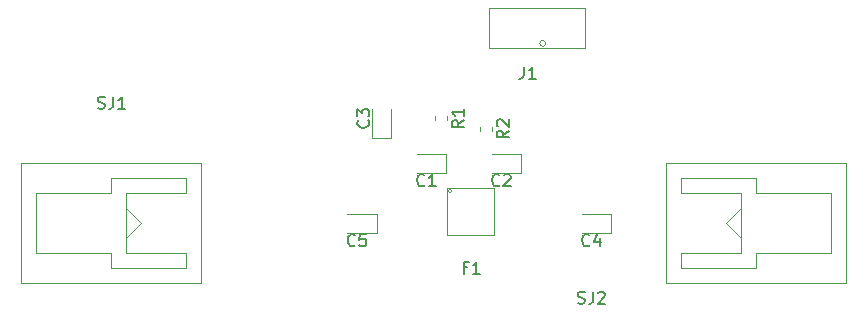
<source format=gbr>
G04 #@! TF.GenerationSoftware,KiCad,Pcbnew,5.1.2-f72e74a~84~ubuntu18.04.1*
G04 #@! TF.CreationDate,2019-07-08T15:36:52+02:00*
G04 #@! TF.ProjectId,prototype_1,70726f74-6f74-4797-9065-5f312e6b6963,rev?*
G04 #@! TF.SameCoordinates,Original*
G04 #@! TF.FileFunction,Legend,Top*
G04 #@! TF.FilePolarity,Positive*
%FSLAX46Y46*%
G04 Gerber Fmt 4.6, Leading zero omitted, Abs format (unit mm)*
G04 Created by KiCad (PCBNEW 5.1.2-f72e74a~84~ubuntu18.04.1) date 2019-07-08 15:36:52*
%MOMM*%
%LPD*%
G04 APERTURE LIST*
%ADD10C,0.120000*%
%ADD11C,0.010000*%
%ADD12C,0.050000*%
%ADD13C,0.150000*%
G04 APERTURE END LIST*
D10*
X172720000Y-124460000D02*
X171450000Y-123190000D01*
X172720000Y-121920000D02*
X171450000Y-123190000D01*
X166370000Y-128270000D02*
X181610000Y-128270000D01*
X181610000Y-118110000D02*
X166370000Y-118110000D01*
X167640000Y-125730000D02*
X167640000Y-127000000D01*
X172720000Y-125730000D02*
X167640000Y-125730000D01*
X172720000Y-120650000D02*
X172720000Y-125730000D01*
X167640000Y-120650000D02*
X172720000Y-120650000D01*
X167640000Y-119380000D02*
X167640000Y-120650000D01*
X180340000Y-120650000D02*
X180340000Y-125730000D01*
X173990000Y-120650000D02*
X180340000Y-120650000D01*
X173990000Y-119380000D02*
X173990000Y-120650000D01*
X173990000Y-125730000D02*
X180340000Y-125730000D01*
X173990000Y-127000000D02*
X173990000Y-125730000D01*
X181610000Y-128270000D02*
X181610000Y-118110000D01*
X166370000Y-118110000D02*
X166370000Y-128270000D01*
X173990000Y-127000000D02*
X167640000Y-127000000D01*
X167640000Y-119380000D02*
X173990000Y-119380000D01*
X120650000Y-121920000D02*
X121920000Y-123190000D01*
X120650000Y-124460000D02*
X121920000Y-123190000D01*
X127000000Y-118110000D02*
X111760000Y-118110000D01*
X111760000Y-128270000D02*
X127000000Y-128270000D01*
X125730000Y-120650000D02*
X125730000Y-119380000D01*
X120650000Y-120650000D02*
X125730000Y-120650000D01*
X120650000Y-125730000D02*
X120650000Y-120650000D01*
X125730000Y-125730000D02*
X120650000Y-125730000D01*
X125730000Y-127000000D02*
X125730000Y-125730000D01*
X113030000Y-125730000D02*
X113030000Y-120650000D01*
X119380000Y-125730000D02*
X113030000Y-125730000D01*
X119380000Y-127000000D02*
X119380000Y-125730000D01*
X119380000Y-120650000D02*
X113030000Y-120650000D01*
X119380000Y-119380000D02*
X119380000Y-120650000D01*
X111760000Y-118110000D02*
X111760000Y-128270000D01*
X127000000Y-128270000D02*
X127000000Y-118110000D01*
X119380000Y-119380000D02*
X125730000Y-119380000D01*
X125730000Y-127000000D02*
X119380000Y-127000000D01*
X150620000Y-115003733D02*
X150620000Y-115346267D01*
X151640000Y-115003733D02*
X151640000Y-115346267D01*
X146810000Y-114128733D02*
X146810000Y-114471267D01*
X147830000Y-114128733D02*
X147830000Y-114471267D01*
X156150000Y-107950000D02*
G75*
G03X156150000Y-107950000I-250000J0D01*
G01*
X159470000Y-108380000D02*
X151370000Y-108380000D01*
X151370000Y-104980000D02*
X159470000Y-104980000D01*
X159470000Y-108380000D02*
X159470000Y-104980000D01*
X151370000Y-108380000D02*
X151370000Y-104980000D01*
D11*
X148184999Y-120444999D02*
G75*
G03X148184999Y-120444999I-150000J0D01*
G01*
D12*
X151794999Y-124204999D02*
X147794999Y-124204999D01*
X151794999Y-120204999D02*
X151794999Y-124204999D01*
X147794999Y-124204999D02*
X147794999Y-120204999D01*
X147794999Y-120204999D02*
X151794999Y-120204999D01*
D10*
X141855000Y-122405000D02*
X139370000Y-122405000D01*
X141855000Y-123975000D02*
X141855000Y-122405000D01*
X139370000Y-123975000D02*
X141855000Y-123975000D01*
X161705000Y-122405000D02*
X159220000Y-122405000D01*
X161705000Y-123975000D02*
X161705000Y-122405000D01*
X159220000Y-123975000D02*
X161705000Y-123975000D01*
X143025000Y-115985000D02*
X143025000Y-113500000D01*
X141455000Y-115985000D02*
X143025000Y-115985000D01*
X141455000Y-113500000D02*
X141455000Y-115985000D01*
X154085000Y-117325000D02*
X151600000Y-117325000D01*
X154085000Y-118895000D02*
X154085000Y-117325000D01*
X151600000Y-118895000D02*
X154085000Y-118895000D01*
X147735000Y-117325000D02*
X145250000Y-117325000D01*
X147735000Y-118895000D02*
X147735000Y-117325000D01*
X145250000Y-118895000D02*
X147735000Y-118895000D01*
D13*
X158877142Y-129944761D02*
X159020000Y-129992380D01*
X159258095Y-129992380D01*
X159353333Y-129944761D01*
X159400952Y-129897142D01*
X159448571Y-129801904D01*
X159448571Y-129706666D01*
X159400952Y-129611428D01*
X159353333Y-129563809D01*
X159258095Y-129516190D01*
X159067619Y-129468571D01*
X158972380Y-129420952D01*
X158924761Y-129373333D01*
X158877142Y-129278095D01*
X158877142Y-129182857D01*
X158924761Y-129087619D01*
X158972380Y-129040000D01*
X159067619Y-128992380D01*
X159305714Y-128992380D01*
X159448571Y-129040000D01*
X160162857Y-128992380D02*
X160162857Y-129706666D01*
X160115238Y-129849523D01*
X160020000Y-129944761D01*
X159877142Y-129992380D01*
X159781904Y-129992380D01*
X160591428Y-129087619D02*
X160639047Y-129040000D01*
X160734285Y-128992380D01*
X160972380Y-128992380D01*
X161067619Y-129040000D01*
X161115238Y-129087619D01*
X161162857Y-129182857D01*
X161162857Y-129278095D01*
X161115238Y-129420952D01*
X160543809Y-129992380D01*
X161162857Y-129992380D01*
X118237142Y-113434761D02*
X118380000Y-113482380D01*
X118618095Y-113482380D01*
X118713333Y-113434761D01*
X118760952Y-113387142D01*
X118808571Y-113291904D01*
X118808571Y-113196666D01*
X118760952Y-113101428D01*
X118713333Y-113053809D01*
X118618095Y-113006190D01*
X118427619Y-112958571D01*
X118332380Y-112910952D01*
X118284761Y-112863333D01*
X118237142Y-112768095D01*
X118237142Y-112672857D01*
X118284761Y-112577619D01*
X118332380Y-112530000D01*
X118427619Y-112482380D01*
X118665714Y-112482380D01*
X118808571Y-112530000D01*
X119522857Y-112482380D02*
X119522857Y-113196666D01*
X119475238Y-113339523D01*
X119380000Y-113434761D01*
X119237142Y-113482380D01*
X119141904Y-113482380D01*
X120522857Y-113482380D02*
X119951428Y-113482380D01*
X120237142Y-113482380D02*
X120237142Y-112482380D01*
X120141904Y-112625238D01*
X120046666Y-112720476D01*
X119951428Y-112768095D01*
X153012380Y-115341666D02*
X152536190Y-115675000D01*
X153012380Y-115913095D02*
X152012380Y-115913095D01*
X152012380Y-115532142D01*
X152060000Y-115436904D01*
X152107619Y-115389285D01*
X152202857Y-115341666D01*
X152345714Y-115341666D01*
X152440952Y-115389285D01*
X152488571Y-115436904D01*
X152536190Y-115532142D01*
X152536190Y-115913095D01*
X152107619Y-114960714D02*
X152060000Y-114913095D01*
X152012380Y-114817857D01*
X152012380Y-114579761D01*
X152060000Y-114484523D01*
X152107619Y-114436904D01*
X152202857Y-114389285D01*
X152298095Y-114389285D01*
X152440952Y-114436904D01*
X153012380Y-115008333D01*
X153012380Y-114389285D01*
X149202380Y-114466666D02*
X148726190Y-114800000D01*
X149202380Y-115038095D02*
X148202380Y-115038095D01*
X148202380Y-114657142D01*
X148250000Y-114561904D01*
X148297619Y-114514285D01*
X148392857Y-114466666D01*
X148535714Y-114466666D01*
X148630952Y-114514285D01*
X148678571Y-114561904D01*
X148726190Y-114657142D01*
X148726190Y-115038095D01*
X149202380Y-113514285D02*
X149202380Y-114085714D01*
X149202380Y-113800000D02*
X148202380Y-113800000D01*
X148345238Y-113895238D01*
X148440476Y-113990476D01*
X148488095Y-114085714D01*
X154296666Y-109942380D02*
X154296666Y-110656666D01*
X154249047Y-110799523D01*
X154153809Y-110894761D01*
X154010952Y-110942380D01*
X153915714Y-110942380D01*
X155296666Y-110942380D02*
X154725238Y-110942380D01*
X155010952Y-110942380D02*
X155010952Y-109942380D01*
X154915714Y-110085238D01*
X154820476Y-110180476D01*
X154725238Y-110228095D01*
X149526666Y-126928571D02*
X149193333Y-126928571D01*
X149193333Y-127452380D02*
X149193333Y-126452380D01*
X149669523Y-126452380D01*
X150574285Y-127452380D02*
X150002857Y-127452380D01*
X150288571Y-127452380D02*
X150288571Y-126452380D01*
X150193333Y-126595238D01*
X150098095Y-126690476D01*
X150002857Y-126738095D01*
X140003333Y-125027142D02*
X139955714Y-125074761D01*
X139812857Y-125122380D01*
X139717619Y-125122380D01*
X139574761Y-125074761D01*
X139479523Y-124979523D01*
X139431904Y-124884285D01*
X139384285Y-124693809D01*
X139384285Y-124550952D01*
X139431904Y-124360476D01*
X139479523Y-124265238D01*
X139574761Y-124170000D01*
X139717619Y-124122380D01*
X139812857Y-124122380D01*
X139955714Y-124170000D01*
X140003333Y-124217619D01*
X140908095Y-124122380D02*
X140431904Y-124122380D01*
X140384285Y-124598571D01*
X140431904Y-124550952D01*
X140527142Y-124503333D01*
X140765238Y-124503333D01*
X140860476Y-124550952D01*
X140908095Y-124598571D01*
X140955714Y-124693809D01*
X140955714Y-124931904D01*
X140908095Y-125027142D01*
X140860476Y-125074761D01*
X140765238Y-125122380D01*
X140527142Y-125122380D01*
X140431904Y-125074761D01*
X140384285Y-125027142D01*
X159853333Y-125027142D02*
X159805714Y-125074761D01*
X159662857Y-125122380D01*
X159567619Y-125122380D01*
X159424761Y-125074761D01*
X159329523Y-124979523D01*
X159281904Y-124884285D01*
X159234285Y-124693809D01*
X159234285Y-124550952D01*
X159281904Y-124360476D01*
X159329523Y-124265238D01*
X159424761Y-124170000D01*
X159567619Y-124122380D01*
X159662857Y-124122380D01*
X159805714Y-124170000D01*
X159853333Y-124217619D01*
X160710476Y-124455714D02*
X160710476Y-125122380D01*
X160472380Y-124074761D02*
X160234285Y-124789047D01*
X160853333Y-124789047D01*
X141117142Y-114466666D02*
X141164761Y-114514285D01*
X141212380Y-114657142D01*
X141212380Y-114752380D01*
X141164761Y-114895238D01*
X141069523Y-114990476D01*
X140974285Y-115038095D01*
X140783809Y-115085714D01*
X140640952Y-115085714D01*
X140450476Y-115038095D01*
X140355238Y-114990476D01*
X140260000Y-114895238D01*
X140212380Y-114752380D01*
X140212380Y-114657142D01*
X140260000Y-114514285D01*
X140307619Y-114466666D01*
X140212380Y-114133333D02*
X140212380Y-113514285D01*
X140593333Y-113847619D01*
X140593333Y-113704761D01*
X140640952Y-113609523D01*
X140688571Y-113561904D01*
X140783809Y-113514285D01*
X141021904Y-113514285D01*
X141117142Y-113561904D01*
X141164761Y-113609523D01*
X141212380Y-113704761D01*
X141212380Y-113990476D01*
X141164761Y-114085714D01*
X141117142Y-114133333D01*
X152233333Y-119947142D02*
X152185714Y-119994761D01*
X152042857Y-120042380D01*
X151947619Y-120042380D01*
X151804761Y-119994761D01*
X151709523Y-119899523D01*
X151661904Y-119804285D01*
X151614285Y-119613809D01*
X151614285Y-119470952D01*
X151661904Y-119280476D01*
X151709523Y-119185238D01*
X151804761Y-119090000D01*
X151947619Y-119042380D01*
X152042857Y-119042380D01*
X152185714Y-119090000D01*
X152233333Y-119137619D01*
X152614285Y-119137619D02*
X152661904Y-119090000D01*
X152757142Y-119042380D01*
X152995238Y-119042380D01*
X153090476Y-119090000D01*
X153138095Y-119137619D01*
X153185714Y-119232857D01*
X153185714Y-119328095D01*
X153138095Y-119470952D01*
X152566666Y-120042380D01*
X153185714Y-120042380D01*
X145883333Y-119947142D02*
X145835714Y-119994761D01*
X145692857Y-120042380D01*
X145597619Y-120042380D01*
X145454761Y-119994761D01*
X145359523Y-119899523D01*
X145311904Y-119804285D01*
X145264285Y-119613809D01*
X145264285Y-119470952D01*
X145311904Y-119280476D01*
X145359523Y-119185238D01*
X145454761Y-119090000D01*
X145597619Y-119042380D01*
X145692857Y-119042380D01*
X145835714Y-119090000D01*
X145883333Y-119137619D01*
X146835714Y-120042380D02*
X146264285Y-120042380D01*
X146550000Y-120042380D02*
X146550000Y-119042380D01*
X146454761Y-119185238D01*
X146359523Y-119280476D01*
X146264285Y-119328095D01*
M02*

</source>
